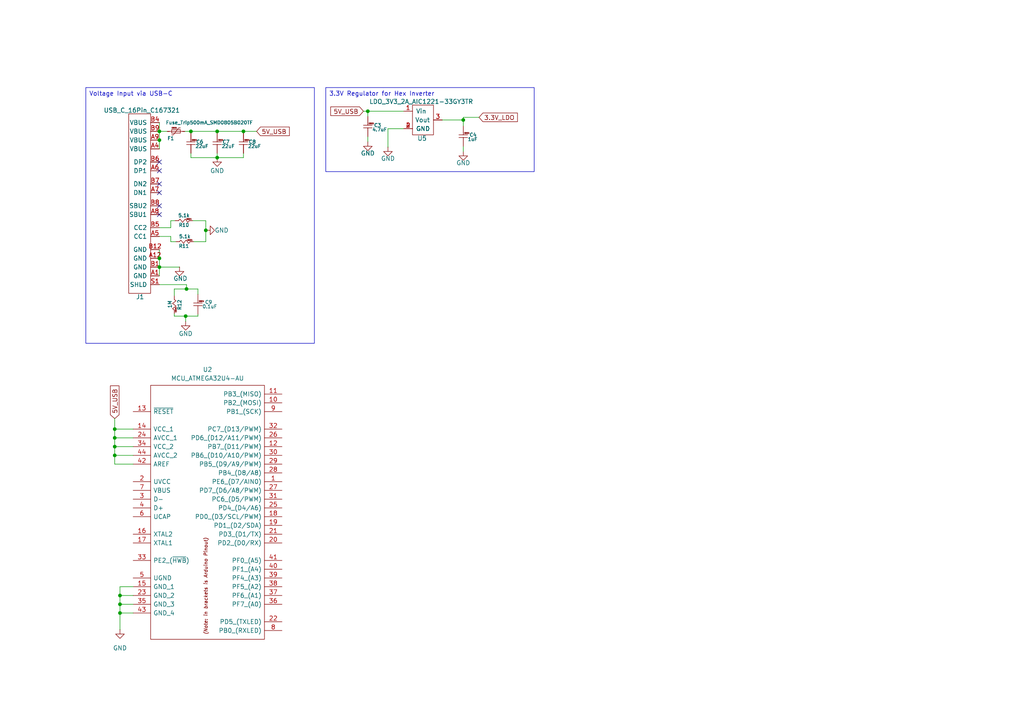
<source format=kicad_sch>
(kicad_sch (version 20231120) (generator "eeschema") (generator_version "8.0")
  (paper "A4")
  (title_block (title "555 Timer") (date "2025-01-16") (rev "v1.0") (company "Remal") (comment 1 "Sara AlMarzooqi"))
  (lib_symbols
    (symbol "Remal_KiCadLib:C_0805_2012m" (pin_numbers hide) (pin_names (offset 0.762) hide)
      (property "Reference" "C" (at 1.778 1.7272 0))
      (property "Value" "C_0805_2012m/xxV" (at 1.778 -0.254 0))
      (symbol "C_0805_2012m_0_0"
        (pin passive line (at 0 2.54 270) (length 2.54) (name "~") (number "1"))
        (pin passive line (at 0 -3.302 90) (length 2.54) (name "~") (number "2"))
      )
      (symbol "C_0805_2012m_0_1"
        (polyline (pts (xy 1.27 0) (xy -1.27 0)))
      )
      (symbol "C_0805_2012m_1_1"
        (polyline (pts (xy 1.27 -0.762) (xy -1.27 -0.762)))
        (text "0805" (at 1.016 0.508 0) (effects (font (size 0.4 0.4))))
      )
    )
    (symbol "Remal_KiCadLib:Fuse_0805_2012m" (pin_numbers hide) (pin_names (offset 0.762))
      (property "Reference" "F" (at -2.032 2.286 0))
      (property "Value" "Fuse_0805_2012m_xxxV_HoldxxxA_TripxxxA_xxx" (at -17.78 -2.286 0))
      (symbol "Fuse_0805_2012m_0_1"
        (rectangle (start -1.27 -0.508) (end 1.27 0.508))
        (polyline (pts (xy -2.54 0) (xy 2.54 0)))
        (polyline (pts (xy -1.27 -1.016) (xy -0.762 -1.016) (xy 0.762 1.016) (xy 1.27 1.016)))
      )
      (symbol "Fuse_0805_2012m_1_1"
        (text "0805" (at -0.508 1.016 0) (effects (font (size 0.4 0.4))))
        (pin passive line (at -2.54 0 0) (length 0.635) (name "~") (number "1"))
        (pin passive line (at 2.54 0 180) (length 0.635) (name "~") (number "2"))
      )
    )
    (symbol "Remal_KiCadLib:LDO_3V3_2A_AIC1221-33GY3TR" (pin_names (offset 1.016))
      (property "Reference" "U" (at -1.778 5.334 0))
      (property "Value" "LDO_3V3_2A_AIC1221-33GY3TR" (at 1.27 -5.588 0))
      (symbol "LDO_3V3_2A_AIC1221-33GY3TR_0_1"
        (rectangle (start -2.286 4.318) (end 3.81 -4.318))
      )
      (symbol "LDO_3V3_2A_AIC1221-33GY3TR_1_1"
        (pin passive line (at -4.826 2.54 0) (length 2.54) (name "Vin") (number "1"))
        (pin power_out line (at -4.826 -2.54 0) (length 2.54) (name "GND") (number "2"))
        (pin power_out line (at -4.826 -2.54 0) (length 2.54) (name "GND") (number "2"))
        (pin power_in line (at 6.35 0 180) (length 2.54) (name "Vout") (number "3"))
        (pin power_out line (at -4.826 -2.54 0) (length 2.54) (name "GND") (number "4"))
      )
    )
    (symbol "Remal_KiCadLib:MCU_ATMEGA32U4-AU" (pin_names (offset 0.762))
      (property "Reference" "U" (at -17.018 39.878 0))
      (property "Value" "MCU_ATMEGA32U4-AU" (at -17.272 37.084 0))
      (symbol "MCU_ATMEGA32U4-AU_0_0"
        (text "(Note: in brackets is Arduino Pinout)" (at -0.762 -22.606 900) (effects (font (size 0.9906 0.9906) (italic yes))))
      )
      (symbol "MCU_ATMEGA32U4-AU_0_1"
        (rectangle (start 16.256 35.56) (end -16.764 -38.1))
      )
      (symbol "MCU_ATMEGA32U4-AU_1_1"
        (pin passive line (at 21.336 7.62 180) (length 5.08) (name "PE6_(D7/AIN0)") (number "1"))
        (pin passive line (at 21.336 30.48 180) (length 5.08) (name "PB2_(MOSI)") (number "10"))
        (pin passive line (at 21.336 33.02 180) (length 5.08) (name "PB3_(MISO)") (number "11"))
        (pin passive line (at 21.336 17.78 180) (length 5.08) (name "PB7_(D11/PWM)") (number "12"))
        (pin passive line (at -21.844 27.94 0) (length 5.08) (name "~{RESET}") (number "13"))
        (pin passive line (at -21.844 22.86 0) (length 5.08) (name "VCC_1") (number "14"))
        (pin passive line (at -21.844 -22.86 0) (length 5.08) (name "GND_1") (number "15"))
        (pin passive line (at -21.844 -7.62 0) (length 5.08) (name "XTAL2") (number "16"))
        (pin passive line (at -21.844 -10.16 0) (length 5.08) (name "XTAL1") (number "17"))
        (pin passive line (at 21.336 -2.54 180) (length 5.08) (name "PD0_(D3/SCL/PWM)") (number "18"))
        (pin passive line (at 21.336 -5.08 180) (length 5.08) (name "PD1_(D2/SDA)") (number "19"))
        (pin passive line (at -21.844 7.62 0) (length 5.08) (name "UVCC") (number "2"))
        (pin passive line (at 21.336 -10.16 180) (length 5.08) (name "PD2_(D0/RX)") (number "20"))
        (pin passive line (at 21.336 -7.62 180) (length 5.08) (name "PD3_(D1/TX)") (number "21"))
        (pin passive line (at 21.336 -33.02 180) (length 5.08) (name "PD5_(TXLED)") (number "22"))
        (pin passive line (at -21.844 -25.4 0) (length 5.08) (name "GND_2") (number "23"))
        (pin passive line (at -21.844 20.32 0) (length 5.08) (name "AVCC_1") (number "24"))
        (pin passive line (at 21.336 0 180) (length 5.08) (name "PD4_(D4/A6)") (number "25"))
        (pin passive line (at 21.336 20.32 180) (length 5.08) (name "PD6_(D12/A11/PWM)") (number "26"))
        (pin passive line (at 21.336 5.08 180) (length 5.08) (name "PD7_(D6/A8/PWM)") (number "27"))
        (pin passive line (at 21.336 10.16 180) (length 5.08) (name "PB4_(D8/A8)") (number "28"))
        (pin passive line (at 21.336 12.7 180) (length 5.08) (name "PB5_(D9/A9/PWM)") (number "29"))
        (pin passive line (at -21.844 2.54 0) (length 5.08) (name "D-") (number "3"))
        (pin passive line (at 21.336 15.24 180) (length 5.08) (name "PB6_(D10/A10/PWM)") (number "30"))
        (pin passive line (at 21.336 2.54 180) (length 5.08) (name "PC6_(D5/PWM)") (number "31"))
        (pin passive line (at 21.336 22.86 180) (length 5.08) (name "PC7_(D13/PWM)") (number "32"))
        (pin passive line (at -21.844 -15.24 0) (length 5.08) (name "PE2_(~{HWB})") (number "33"))
        (pin passive line (at -21.844 17.78 0) (length 5.08) (name "VCC_2") (number "34"))
        (pin passive line (at -21.844 -27.94 0) (length 5.08) (name "GND_3") (number "35"))
        (pin passive line (at 21.336 -27.94 180) (length 5.08) (name "PF7_(A0)") (number "36"))
        (pin passive line (at 21.336 -25.4 180) (length 5.08) (name "PF6_(A1)") (number "37"))
        (pin passive line (at 21.336 -22.86 180) (length 5.08) (name "PF5_(A2)") (number "38"))
        (pin passive line (at 21.336 -20.32 180) (length 5.08) (name "PF4_(A3)") (number "39"))
        (pin passive line (at -21.844 0 0) (length 5.08) (name "D+") (number "4"))
        (pin passive line (at 21.336 -17.78 180) (length 5.08) (name "PF1_(A4)") (number "40"))
        (pin passive line (at 21.336 -15.24 180) (length 5.08) (name "PF0_(A5)") (number "41"))
        (pin passive line (at -21.844 12.7 0) (length 5.08) (name "AREF") (number "42"))
        (pin passive line (at -21.844 -30.48 0) (length 5.08) (name "GND_4") (number "43"))
        (pin passive line (at -21.844 15.24 0) (length 5.08) (name "AVCC_2") (number "44"))
        (pin passive line (at -21.844 -20.32 0) (length 5.08) (name "UGND") (number "5"))
        (pin passive line (at -21.844 -2.54 0) (length 5.08) (name "UCAP") (number "6"))
        (pin passive line (at -21.844 5.08 0) (length 5.08) (name "VBUS") (number "7"))
        (pin passive line (at 21.336 -35.56 180) (length 5.08) (name "PB0_(RXLED)") (number "8"))
        (pin passive line (at 21.336 27.94 180) (length 5.08) (name "PB1_(SCK)") (number "9"))
      )
    )
    (symbol "Remal_KiCadLib:R_0805_2012m" (pin_numbers hide) (pin_names (offset 0.254) hide)
      (property "Reference" "R" (at -3.175 1.905 0))
      (property "Value" "R_0805_2012m" (at 0.762 1.905 0))
      (symbol "R_0805_2012m_1_1"
        (polyline (pts (xy -1.524 0) (xy -1.143 0.508) (xy -0.762 0) (xy -0.381 -0.508) (xy 0 0)))
        (polyline (pts (xy 0 0) (xy 0.381 0.508) (xy 0.762 0) (xy 1.143 -0.508) (xy 1.524 0)))
        (text "0805" (at 1.4478 0.4572 0) (effects (font (size 0.4 0.4))))
        (pin passive line (at -2.54 0 0) (length 1.016) (name "~") (number "1"))
        (pin passive line (at 2.54 0 180) (length 1.016) (name "~") (number "2"))
      )
    )
    (symbol "Remal_KiCadLib:USB_C_16Pin_C167321" (pin_names (offset 1.016))
      (property "Reference" "J" (at -6.35 39.37 0))
      (property "Value" "USB_C_16Pin_C167321" (at -3.048 -15.494 0))
      (symbol "USB_C_16Pin_C167321_0_1"
        (rectangle (start -6.35 38.1) (end 0 -13.97))
      )
      (symbol "USB_C_16Pin_C167321_1_1"
        (pin passive line (at 2.54 -8.89 180) (length 2.54) (name "GND") (number "A1"))
        (pin passive line (at 2.54 -3.81 180) (length 2.54) (name "GND") (number "A12"))
        (pin passive line (at 2.54 27.94 180) (length 2.54) (name "VBUS") (number "A4"))
        (pin passive line (at 2.54 2.54 180) (length 2.54) (name "CC1") (number "A5"))
        (pin passive line (at 2.54 21.59 180) (length 2.54) (name "DP1") (number "A6"))
        (pin passive line (at 2.54 15.24 180) (length 2.54) (name "DN1") (number "A7"))
        (pin passive line (at 2.54 8.89 180) (length 2.54) (name "SBU1") (number "A8"))
        (pin passive line (at 2.54 30.48 180) (length 2.54) (name "VBUS") (number "A9"))
        (pin passive line (at 2.54 -6.35 180) (length 2.54) (name "GND") (number "B1"))
        (pin passive line (at 2.54 -1.27 180) (length 2.54) (name "GND") (number "B12"))
        (pin passive line (at 2.54 35.56 180) (length 2.54) (name "VBUS") (number "B4"))
        (pin passive line (at 2.54 5.08 180) (length 2.54) (name "CC2") (number "B5"))
        (pin passive line (at 2.54 24.13 180) (length 2.54) (name "DP2") (number "B6"))
        (pin passive line (at 2.54 17.78 180) (length 2.54) (name "DN2") (number "B7"))
        (pin passive line (at 2.54 11.43 180) (length 2.54) (name "SBU2") (number "B8"))
        (pin passive line (at 2.54 33.02 180) (length 2.54) (name "VBUS") (number "B9"))
        (pin passive line (at 2.54 -11.43 180) (length 2.54) (name "SHLD") (number "S1"))
      )
    )
    (symbol "power:GND" (power) (pin_numbers hide) (pin_names (offset 0) hide)
      (property "Value" "GND" (at 0 -3.81 0))
      (symbol "GND_0_1"
        (polyline (pts (xy 0 0) (xy 0 -1.27) (xy 1.27 -1.27) (xy 0 -2.54) (xy -1.27 -1.27) (xy 0 -1.27)))
      )
      (symbol "GND_1_1"
        (pin power_in line (at 0 0 270) (length 0) (name "~") (number "1"))
      )
    )
  )
  (junction (at 54.102 83.82))
  (junction (at 33.274 129.54))
  (junction (at 134.366 34.798))
  (junction (at 53.848 91.694))
  (junction (at 46.228 38.1))
  (junction (at 59.69 66.802))
  (junction (at 46.228 77.47))
  (junction (at 33.274 124.46))
  (junction (at 62.992 38.1))
  (junction (at 33.274 132.08))
  (junction (at 55.372 38.1))
  (junction (at 46.228 74.93))
  (junction (at 62.992 45.72))
  (junction (at 34.798 175.26))
  (junction (at 34.798 177.8))
  (junction (at 34.798 172.72))
  (junction (at 70.612 38.1))
  (junction (at 46.228 40.64))
  (junction (at 33.274 127))
  (junction (at 106.68 32.258))
  (no_connect (at 46.228 49.53))
  (no_connect (at 46.228 59.69))
  (no_connect (at 46.228 46.99))
  (no_connect (at 46.228 62.23))
  (no_connect (at 46.228 55.88))
  (no_connect (at 46.228 53.34))
  (wire (pts (xy 53.848 91.694) (xy 53.848 93.218)))
  (wire (pts (xy 34.798 175.26) (xy 38.608 175.26)))
  (wire (pts (xy 46.228 74.93) (xy 46.228 77.47)))
  (wire (pts (xy 57.404 83.82) (xy 57.404 85.344)))
  (wire (pts (xy 70.612 44.45) (xy 70.612 45.72)))
  (wire (pts (xy 106.68 32.258) (xy 106.68 33.782)))
  (wire (pts (xy 49.53 66.04) (xy 49.53 64.008)))
  (wire (pts (xy 134.366 42.418) (xy 134.366 43.942)))
  (wire (pts (xy 50.546 91.694) (xy 53.848 91.694)))
  (wire (pts (xy 33.274 121.412) (xy 33.274 124.46)))
  (wire (pts (xy 112.522 37.338) (xy 117.094 37.338)))
  (wire (pts (xy 33.274 124.46) (xy 38.608 124.46)))
  (wire (pts (xy 46.228 82.55) (xy 54.102 82.55)))
  (wire (pts (xy 33.274 129.54) (xy 33.274 132.08)))
  (wire (pts (xy 46.228 40.64) (xy 46.228 43.18)))
  (wire (pts (xy 62.992 45.72) (xy 70.612 45.72)))
  (wire (pts (xy 59.69 64.008) (xy 59.69 66.802)))
  (wire (pts (xy 46.228 72.39) (xy 46.228 74.93)))
  (wire (pts (xy 55.372 44.45) (xy 55.372 45.72)))
  (wire (pts (xy 46.228 38.1) (xy 48.514 38.1)))
  (wire (pts (xy 46.228 66.04) (xy 49.53 66.04)))
  (wire (pts (xy 134.366 34.798) (xy 134.366 34.036)))
  (wire (pts (xy 49.53 68.58) (xy 49.53 70.104)))
  (wire (pts (xy 57.404 91.694) (xy 57.404 91.186)))
  (wire (pts (xy 106.68 39.624) (xy 106.68 41.148)))
  (wire (pts (xy 70.612 38.1) (xy 70.612 38.608)))
  (wire (pts (xy 62.992 38.1) (xy 70.612 38.1)))
  (wire (pts (xy 70.612 38.1) (xy 74.422 38.1)))
  (wire (pts (xy 105.41 32.258) (xy 106.68 32.258)))
  (wire (pts (xy 38.608 132.08) (xy 33.274 132.08)))
  (wire (pts (xy 62.992 38.1) (xy 62.992 38.608)))
  (wire (pts (xy 62.992 44.45) (xy 62.992 45.72)))
  (wire (pts (xy 134.366 34.036) (xy 138.938 34.036)))
  (wire (pts (xy 55.372 38.1) (xy 55.372 38.608)))
  (wire (pts (xy 33.274 132.08) (xy 33.274 134.62)))
  (wire (pts (xy 49.53 64.008) (xy 50.8 64.008)))
  (wire (pts (xy 46.228 35.56) (xy 46.228 38.1)))
  (wire (pts (xy 56.134 70.104) (xy 59.69 70.104)))
  (wire (pts (xy 54.102 82.55) (xy 54.102 83.82)))
  (wire (pts (xy 55.88 64.008) (xy 59.69 64.008)))
  (wire (pts (xy 53.848 91.694) (xy 57.404 91.694)))
  (wire (pts (xy 59.69 70.104) (xy 59.69 66.802)))
  (wire (pts (xy 55.372 45.72) (xy 62.992 45.72)))
  (wire (pts (xy 50.546 83.82) (xy 54.102 83.82)))
  (wire (pts (xy 50.546 90.932) (xy 50.546 91.694)))
  (wire (pts (xy 53.594 38.1) (xy 55.372 38.1)))
  (wire (pts (xy 50.546 85.852) (xy 50.546 83.82)))
  (wire (pts (xy 38.608 134.62) (xy 33.274 134.62)))
  (wire (pts (xy 38.608 170.18) (xy 34.798 170.18)))
  (wire (pts (xy 106.68 32.258) (xy 117.094 32.258)))
  (wire (pts (xy 33.274 127) (xy 33.274 129.54)))
  (wire (pts (xy 34.798 170.18) (xy 34.798 172.72)))
  (wire (pts (xy 34.798 177.8) (xy 38.608 177.8)))
  (wire (pts (xy 34.798 172.72) (xy 38.608 172.72)))
  (wire (pts (xy 33.274 127) (xy 38.608 127)))
  (wire (pts (xy 46.228 77.47) (xy 52.07 77.47)))
  (wire (pts (xy 54.102 83.82) (xy 57.404 83.82)))
  (wire (pts (xy 33.274 129.54) (xy 38.608 129.54)))
  (wire (pts (xy 34.798 175.26) (xy 34.798 177.8)))
  (wire (pts (xy 55.372 38.1) (xy 62.992 38.1)))
  (wire (pts (xy 34.798 172.72) (xy 34.798 175.26)))
  (wire (pts (xy 134.366 34.798) (xy 134.366 36.576)))
  (wire (pts (xy 33.274 124.46) (xy 33.274 127)))
  (wire (pts (xy 128.27 34.798) (xy 134.366 34.798)))
  (wire (pts (xy 112.522 37.338) (xy 112.522 42.672)))
  (wire (pts (xy 49.53 70.104) (xy 51.054 70.104)))
  (wire (pts (xy 46.228 68.58) (xy 49.53 68.58)))
  (wire (pts (xy 46.228 77.47) (xy 46.228 80.01)))
  (wire (pts (xy 46.228 38.1) (xy 46.228 40.64)))
  (wire (pts (xy 34.798 177.8) (xy 34.798 182.626)))
  (text_box "3.3V Regulator for Hex Inverter" (at 94.488 25.4 0) (size 60.452 24.384) (effects (font (size 1.27 1.27)) (justify left top)))
  (text_box "Voltage Input via USB-C" (at 24.892 25.4 0) (size 66.294 74.168) (effects (font (size 1.27 1.27)) (justify left top)))
  (global_label "5V_USB" (shape input) (at 33.274 121.412 90) (property "Intersheetrefs" "${INTERSHEET_REFS}" (effects (hide yes))))
  (global_label "3.3V_LDO" (shape input) (at 138.938 34.036 0) (property "Intersheetrefs" "${INTERSHEET_REFS}" (effects (hide yes))))
  (global_label "5V_USB" (shape input) (at 74.422 38.1 0) (property "Intersheetrefs" "${INTERSHEET_REFS}" (effects (hide yes))))
  (global_label "5V_USB" (shape input) (at 105.41 32.258 180) (property "Intersheetrefs" "${INTERSHEET_REFS}" (effects (hide yes))))
  (symbol (lib_id "power:GND") (at 134.366 43.942 0) (unit 1)
    (property "Reference" "#PWR01" (effects (hide yes)))
    (property "Value" "GND" (at 134.366 47.244 0))
    (property "Description" "Power symbol creates a global label with name \"GND\" , ground" (effects (hide yes)))
  )
  (symbol (lib_id "Remal_KiCadLib:R_0805_2012m") (at 53.594 70.104 0) (unit 1)
    (property "Reference" "R11" (at 53.34 71.374 0) (effects (font (size 1 1))))
    (property "Value" "5.1k" (at 53.594 68.58 0) (effects (font (size 1 1))))
    (property "Footprint" "Remal_KiCadLib:R_0805_2012m" (effects (hide yes)))
    (property "Description" "0805 (2012m) Resistor" (effects (hide yes)))
  )
  (symbol (lib_id "Remal_KiCadLib:C_0805_2012m") (at 106.68 36.322 0) (unit 1)
    (property "Reference" "C3" (at 108.458 36.322 0) (effects (font (size 1 1)) (justify left)))
    (property "Value" "4.7uF" (at 107.95 37.592 0) (effects (font (size 1 1)) (justify left)))
    (property "Footprint" "Remal_KiCadLib:C_0805_2012m" (effects (hide yes)))
    (property "Description" "0805 (2012m) Capacitor" (effects (hide yes)))
  )
  (symbol (lib_id "power:GND") (at 62.992 45.72 0) (unit 1)
    (property "Reference" "#PWR012" (effects (hide yes)))
    (property "Value" "GND" (at 62.992 49.53 0))
    (property "Description" "Power symbol creates a global label with name \"GND\" , ground" (effects (hide yes)))
  )
  (symbol (lib_id "Remal_KiCadLib:LDO_3V3_2A_AIC1221-33GY3TR") (at 121.92 34.798 0) (unit 1)
    (property "Reference" "U5" (at 122.428 40.132 0))
    (property "Value" "LDO_3V3_2A_AIC1221-33GY3TR" (at 122.174 29.464 0))
    (property "Footprint" "Remal_KiCadLib:SOT-223" (effects (hide yes)))
    (property "Description" "70dB@(1kHz) 2A Fixed 3.3V Positive 6V SOT-223 Linear Voltage Regulators (LDO) ROHS" (effects (hide yes)))
    (property "MadeBy" "Remal IoT" (effects (hide yes)))
  )
  (symbol (lib_id "Remal_KiCadLib:C_0805_2012m") (at 134.366 39.116 0) (unit 1)
    (property "Reference" "C4" (at 136.144 39.116 0) (effects (font (size 1 1)) (justify left)))
    (property "Value" "1uF" (at 135.636 40.386 0) (effects (font (size 1 1)) (justify left)))
    (property "Footprint" "Remal_KiCadLib:C_0805_2012m" (effects (hide yes)))
    (property "Description" "0805 (2012m) Capacitor" (effects (hide yes)))
  )
  (symbol (lib_id "power:GND") (at 59.69 66.802 90) (unit 1)
    (property "Reference" "#PWR013" (effects (hide yes)))
    (property "Value" "GND" (at 62.23 66.802 90) (effects (justify right)))
    (property "Description" "Power symbol creates a global label with name \"GND\" , ground" (effects (hide yes)))
  )
  (symbol (lib_id "Remal_KiCadLib:C_0805_2012m") (at 57.404 87.884 0) (unit 1)
    (property "Reference" "C9" (at 59.436 87.63 0) (effects (font (size 1 1)) (justify left)))
    (property "Value" "0.1uF" (at 58.674 88.9 0) (effects (font (size 1 1)) (justify left)))
    (property "Footprint" "Remal_KiCadLib:C_0805_2012m" (effects (hide yes)))
    (property "Description" "0805 (2012m) Capacitor" (effects (hide yes)))
  )
  (symbol (lib_id "power:GND") (at 112.522 42.672 0) (unit 1)
    (property "Reference" "#PWR02" (effects (hide yes)))
    (property "Value" "GND" (at 112.522 45.974 0))
    (property "Description" "Power symbol creates a global label with name \"GND\" , ground" (effects (hide yes)))
  )
  (symbol (lib_id "Remal_KiCadLib:MCU_ATMEGA32U4-AU") (at 60.452 147.32 0) (unit 1)
    (property "Reference" "U2" (at 60.198 107.188 0))
    (property "Value" "MCU_ATMEGA32U4-AU" (at 60.198 109.728 0))
    (property "Footprint" "Remal_KiCadLib:TQFP-44_10x10mm_P0.8mm" (effects (hide yes)))
    (property "Description" "MCU AVR 32K FLASH 16MHZ 44-TQFP Atmel ATMEGA32U4-AU, 8bit AVR Microcontroller, 16MHz, 1 kB, 32 kB Flash, 44-Pin TQFP" (effects (hide yes)))
  )
  (symbol (lib_id "Remal_KiCadLib:C_0805_2012m") (at 70.612 41.148 0) (unit 1)
    (property "Reference" "C8" (at 72.136 41.148 0) (effects (font (size 1 1)) (justify left)))
    (property "Value" "22uF" (at 71.882 42.418 0) (effects (font (size 1 1)) (justify left)))
    (property "Footprint" "Remal_KiCadLib:C_0805_2012m" (effects (hide yes)))
    (property "Description" "0805 (2012m) Capacitor" (effects (hide yes)))
  )
  (symbol (lib_id "Remal_KiCadLib:USB_C_16Pin_C167321") (at 43.688 71.12 0) (unit 1)
    (property "Reference" "J1" (at 40.64 86.106 0))
    (property "Value" "USB_C_16Pin_C167321" (at 41.148 32.004 0))
    (property "Footprint" "Remal_KiCadLib:USB_C_16Pin_C167321" (effects (hide yes)))
    (property "Description" "C167321 USB Type C Connector 16 Pin" (effects (hide yes)))
    (property "Man. ID" "C167321" (effects (hide yes)))
  )
  (symbol (lib_id "Remal_KiCadLib:C_0805_2012m") (at 55.372 41.148 0) (unit 1)
    (property "Reference" "C6" (at 56.896 41.148 0) (effects (font (size 1 1)) (justify left)))
    (property "Value" "22uF" (at 56.642 42.418 0) (effects (font (size 1 1)) (justify left)))
    (property "Footprint" "Remal_KiCadLib:C_0805_2012m" (effects (hide yes)))
    (property "Description" "0805 (2012m) Capacitor" (effects (hide yes)))
  )
  (symbol (lib_id "power:GND") (at 34.798 182.626 0) (unit 1)
    (property "Reference" "#PWR03" (effects (hide yes)))
    (property "Value" "GND" (at 34.798 187.96 0))
    (property "Description" "Power symbol creates a global label with name \"GND\" , ground" (effects (hide yes)))
  )
  (symbol (lib_id "power:GND") (at 106.68 41.148 0) (unit 1)
    (property "Reference" "#PWR011" (effects (hide yes)))
    (property "Value" "GND" (at 106.68 44.45 0))
    (property "Description" "Power symbol creates a global label with name \"GND\" , ground" (effects (hide yes)))
  )
  (symbol (lib_id "Remal_KiCadLib:R_0805_2012m") (at 50.546 88.392 270) (unit 1)
    (property "Reference" "R12" (at 52.07 86.868 0) (effects (font (size 1 1)) (justify left)))
    (property "Value" "1M" (at 49.276 87.122 0) (effects (font (size 1 1)) (justify left)))
    (property "Footprint" "Remal_KiCadLib:R_0805_2012m" (effects (hide yes)))
    (property "Description" "0805 (2012m) Resistor" (effects (hide yes)))
  )
  (symbol (lib_id "Remal_KiCadLib:Fuse_0805_2012m") (at 51.054 38.1 0) (unit 1)
    (property "Reference" "F1" (at 49.53 40.132 0) (effects (font (size 1 1))))
    (property "Value" "Fuse_Trip500mA_SMD0805B020TF" (at 60.706 35.56 0) (effects (font (size 1 1))))
    (property "Footprint" "Remal_KiCadLib:Fuse_0805_2012m" (effects (hide yes)))
    (property "Description" "PTC Resettable Fuse - 0805 / 2012m" (effects (hide yes)))
  )
  (symbol (lib_id "Remal_KiCadLib:C_0805_2012m") (at 62.992 41.148 0) (unit 1)
    (property "Reference" "C7" (at 64.516 41.148 0) (effects (font (size 1 1)) (justify left)))
    (property "Value" "22uF" (at 64.262 42.418 0) (effects (font (size 1 1)) (justify left)))
    (property "Footprint" "Remal_KiCadLib:C_0805_2012m" (effects (hide yes)))
    (property "Description" "0805 (2012m) Capacitor" (effects (hide yes)))
  )
  (symbol (lib_id "power:GND") (at 52.07 77.47 0) (unit 1)
    (property "Reference" "#PWR014" (effects (hide yes)))
    (property "Value" "GND" (at 52.324 80.772 0))
    (property "Description" "Power symbol creates a global label with name \"GND\" , ground" (effects (hide yes)))
  )
  (symbol (lib_id "power:GND") (at 53.848 93.218 0) (unit 1)
    (property "Reference" "#PWR015" (effects (hide yes)))
    (property "Value" "GND" (at 53.848 96.774 0))
    (property "Description" "Power symbol creates a global label with name \"GND\" , ground" (effects (hide yes)))
  )
  (symbol (lib_id "Remal_KiCadLib:R_0805_2012m") (at 53.34 64.008 0) (unit 1)
    (property "Reference" "R10" (at 53.34 65.278 0) (effects (font (size 1 1))))
    (property "Value" "5.1k" (at 53.34 62.484 0) (effects (font (size 1 1))))
    (property "Footprint" "Remal_KiCadLib:R_0805_2012m" (effects (hide yes)))
    (property "Description" "0805 (2012m) Resistor" (effects (hide yes)))
  )
)
</source>
